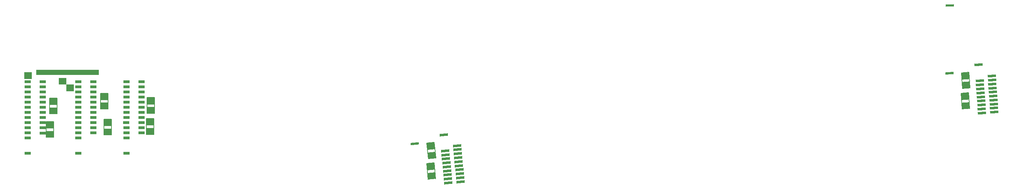
<source format=gbr>
*
G4_C Author: OrCAD GerbTool(tm) 8.1.1 Wed Jun 18 20:29:13 2003*
%LPD*%
%LNsoldtop*%
%FSLAX34Y34*%
%MOIN*%
%AD*%
%AMD26R98*
20,1,0.027000,0.000000,-0.036000,0.000000,0.036000,98.600000*
%
%AMD26R98N2*
20,1,0.027000,0.000000,-0.036000,0.000000,0.036000,98.600000*
%
%AMD26R86*
20,1,0.027000,0.000000,-0.036000,0.000000,0.036000,86.080000*
%
%AMD17R5*
20,1,0.027000,-0.036000,0.000000,0.036000,0.000000,5.450000*
%
%AMD17R5N2*
20,1,0.027000,-0.036000,0.000000,0.036000,0.000000,5.450000*
%
%AMD29R3*
20,1,0.027000,0.035920,-0.002460,-0.035920,0.002460,3.950000*
%
%AMD29R3N2*
20,1,0.027000,0.035920,-0.002460,-0.035920,0.002460,3.910000*
%
%AMD29R3N3*
20,1,0.027000,0.035920,-0.002460,-0.035920,0.002460,3.920000*
%
%AMD30R84*
20,1,0.024000,0.000000,-0.041000,0.000000,0.041000,84.000000*
%
%AMD26R84*
20,1,0.027000,0.000000,-0.036000,0.000000,0.036000,84.000000*
%
%AMD29R84*
20,1,0.022000,0.000000,-0.040000,0.000000,0.040000,84.000000*
%
%AMD35R11*
20,1,0.024000,0.040780,-0.004290,-0.040780,0.004290,11.300000*
%
%AMD36R11*
20,1,0.027000,0.035800,-0.003760,-0.035800,0.003760,11.300000*
%
%AMD37R11*
20,1,0.022000,0.039780,-0.004180,-0.039780,0.004180,11.300000*
%
%AMD258R1*
20,1,0.022000,-0.040000,0.000000,0.040000,0.000000,1.000000*
%
%AMD257R1*
20,1,0.024000,-0.041000,0.000000,0.041000,0.000000,1.000000*
%
%AMD33R1*
20,1,0.027000,-0.036000,0.000000,0.036000,0.000000,1.000000*
%
%AMD258R1N2*
20,1,0.022000,-0.040000,0.000000,0.040000,0.000000,1.000000*
%
%AMD42R1*
20,1,0.024000,-0.040990,-0.000720,0.040990,0.000720,1.000000*
%
%AMD43R1*
20,1,0.027000,-0.035990,-0.000630,0.035990,0.000630,1.000000*
%
%AMD44R1*
20,1,0.022000,-0.039990,-0.000700,0.039990,0.000700,1.000000*
%
%AMD45R1*
20,1,0.024000,-0.040970,-0.001440,0.040970,0.001440,1.000000*
%
%AMD46R1*
20,1,0.027000,-0.035970,-0.001260,0.035970,0.001260,1.000000*
%
%AMD47R1*
20,1,0.022000,-0.039970,-0.001400,0.039970,0.001400,1.000000*
%
%AMD48R1*
20,1,0.024000,-0.040940,-0.002150,0.040940,0.002150,1.000000*
%
%AMD49R1*
20,1,0.027000,-0.035940,-0.001890,0.035940,0.001890,1.000000*
%
%AMD50R1*
20,1,0.022000,-0.039940,-0.002100,0.039940,0.002100,1.000000*
%
%ADD10R,0.050000X0.050000*%
%ADD11C,0.006000*%
%ADD12C,0.019000*%
%ADD13C,0.007900*%
%ADD14C,0.005000*%
%ADD15C,0.000800*%
%ADD16R,0.070000X0.025000*%
%ADD17R,0.068000X0.023000*%
%ADD18C,0.006000*%
%ADD19C,0.009800*%
%ADD20C,0.010000*%
%ADD21C,0.030000*%
%ADD22C,0.060000*%
%ADD23C,0.035000*%
%ADD24C,0.055000*%
%ADD25C,0.065000*%
%ADD26R,0.027000X0.072000*%
%ADD27D26R98*%
%ADD28R,0.031000X0.060000*%
%ADD29R,0.022000X0.080000*%
%ADD30R,0.024000X0.082000*%
%ADD31D17R5N2*%
%ADD32D29R3*%
%ADD33R,0.072000X0.027000*%
%ADD34R,0.072000X0.027000*%
%ADD35D30R84*%
%ADD36D26R84*%
%ADD37D29R84*%
%ADD38D35R11*%
%ADD39D36R11*%
%ADD40D37R11*%
%ADD41D258R1*%
%ADD42D257R1*%
%ADD43D33R1*%
%ADD44D258R1N2*%
%ADD45D42R1*%
%ADD46D43R1*%
%ADD47D44R1*%
%ADD48D45R1*%
%ADD49D46R1*%
%ADD50D47R1*%
%ADD51D48R1*%
%ADD52D49R1*%
%ADD53D50R1*%
%ADD256R,0.060000X0.031000*%
%ADD257R,0.082000X0.024000*%
%ADD258R,0.080000X0.022000*%
G4_C OrCAD GerbTool Tool List *
G54D10*
G1X1950Y9822D2*
G1X7550Y9822D1*
G54D33*
G1X4255Y8754D3*
G1X4255Y8954D3*
G1X4255Y9138D3*
G1X4970Y8104D3*
G1X4970Y8304D3*
G1X4970Y8488D3*
G1X889Y9292D3*
G1X889Y9492D3*
G1X889Y9676D3*
G54D256*
G1X11939Y8874D3*
G1X11939Y8375D3*
G1X11939Y7874D3*
G1X11939Y5375D3*
G1X11939Y5874D3*
G1X11940Y6374D3*
G1X11940Y6874D3*
G1X11939Y7374D3*
G1X11940Y3873D3*
G1X11939Y4375D3*
G1X11939Y4874D3*
G1X10470Y8876D3*
G1X10470Y8377D3*
G1X10469Y7875D3*
G1X10469Y7376D3*
G1X10469Y6877D3*
G1X10469Y6376D3*
G1X10470Y5876D3*
G1X10470Y5377D3*
G1X10468Y4876D3*
G1X10469Y4377D3*
G1X10469Y3876D3*
G1X10469Y1876D3*
G1X10470Y3376D3*
G54D33*
G1X12775Y3838D3*
G1X12774Y4036D3*
G1X12775Y4220D3*
G1X12776Y4739D3*
G1X12777Y4938D3*
G1X12776Y5121D3*
G1X13140Y5278D2*
G54D18*
G1X13140Y3733D1*
G1X13140Y5279D2*
G1X12403Y5279D1*
G1X12403Y5280D2*
G1X12403Y3733D1*
G54D33*
G1X12852Y5902D3*
G1X12851Y6100D3*
G1X12852Y6284D3*
G1X12853Y6803D3*
G1X12854Y7002D3*
G1X12853Y7185D3*
G1X13216Y7341D2*
G54D18*
G1X13216Y5796D1*
G1X13216Y7342D2*
G1X12479Y7342D1*
G1X12479Y7343D2*
G1X12479Y5796D1*
G54D256*
G1X7250Y5376D3*
G1X7250Y5875D3*
G1X7251Y6375D3*
G1X7251Y6875D3*
G1X7250Y7375D3*
G1X7251Y3874D3*
G1X7250Y4376D3*
G1X7250Y4875D3*
G1X5781Y8876D3*
G1X5781Y8377D3*
G1X5780Y7875D3*
G1X5780Y7376D3*
G1X5780Y6877D3*
G1X5780Y6376D3*
G1X5781Y5876D3*
G1X5781Y5377D3*
G1X5779Y4876D3*
G1X5780Y4377D3*
G1X5780Y3876D3*
G1X5780Y1876D3*
G1X5781Y3376D3*
G1X7250Y7874D3*
G1X7250Y8874D3*
G1X7250Y8375D3*
G54D33*
G1X8644Y3784D3*
G1X8643Y3982D3*
G1X8644Y4166D3*
G1X8645Y4685D3*
G1X8646Y4884D3*
G1X8645Y5067D3*
G1X9008Y5223D2*
G54D18*
G1X9008Y3678D1*
G1X9008Y5224D2*
G1X8272Y5224D1*
G1X8272Y5225D2*
G1X8272Y3678D1*
G54D33*
G1X8313Y6326D3*
G1X8312Y6524D3*
G1X8313Y6708D3*
G1X8314Y7227D3*
G1X8315Y7426D3*
G1X8314Y7609D3*
G1X8678Y7765D2*
G54D18*
G1X8678Y6220D1*
G1X8678Y7766D2*
G1X7941Y7766D1*
G1X7941Y7767D2*
G1X7941Y6220D1*
G54D256*
G1X2321Y8873D3*
G1X2321Y8374D3*
G1X2321Y7873D3*
G1X2321Y5374D3*
G1X2321Y5873D3*
G1X2322Y6373D3*
G1X2322Y6873D3*
G1X2321Y7373D3*
G1X2322Y3872D3*
G1X2321Y4374D3*
G1X2321Y4873D3*
G1X851Y8875D3*
G1X851Y8376D3*
G1X850Y7874D3*
G1X850Y7375D3*
G1X850Y6876D3*
G1X850Y6375D3*
G1X851Y5875D3*
G1X851Y5376D3*
G1X849Y4875D3*
G1X850Y4376D3*
G1X850Y3875D3*
G1X850Y1874D3*
G1X851Y3375D3*
G54D33*
G1X3031Y3549D3*
G1X3030Y3747D3*
G1X3031Y3931D3*
G1X3032Y4450D3*
G1X3033Y4649D3*
G1X3032Y4832D3*
G1X3396Y4988D2*
G54D18*
G1X3396Y3443D1*
G1X3396Y4989D2*
G1X2659Y4989D1*
G1X2659Y4990D2*
G1X2659Y3443D1*
G54D33*
G1X3350Y5853D3*
G1X3349Y6051D3*
G1X3350Y6235D3*
G1X3351Y6754D3*
G1X3352Y6953D3*
G1X3351Y7136D3*
G1X3715Y7292D2*
G54D18*
G1X3715Y5747D1*
G1X3715Y7293D2*
G1X2978Y7293D1*
G1X2978Y7294D2*
G1X2978Y5747D1*
G54D38*
G1X43047Y-896D3*
G1X43010Y-503D3*
G1X42974Y-111D3*
G1X42937Y280D3*
G1X42901Y672D3*
G1X42865Y1064D3*
G1X42828Y1456D3*
G1X42792Y1848D3*
G1X42755Y2241D3*
G1X42719Y2632D3*
G1X41851Y-1007D3*
G1X41814Y-615D3*
G1X41778Y-223D3*
G1X41742Y169D3*
G1X41705Y562D3*
G1X41669Y953D3*
G1X41632Y1345D3*
G1X41596Y1738D3*
G1X41560Y2130D3*
G1X41414Y3696D3*
G54D39*
G1X40260Y-524D3*
G1X40241Y-327D3*
G1X40225Y-143D3*
G1X40178Y374D3*
G1X40161Y572D3*
G1X40143Y754D3*
G1X40491Y943D2*
G54D18*
G1X40633Y-596D1*
G1X40491Y944D2*
G1X39757Y876D1*
G1X39757Y877D2*
G1X39900Y-664D1*
G54D39*
G1X40263Y1484D3*
G1X40243Y1681D3*
G1X40227Y1865D3*
G1X40180Y2382D3*
G1X40163Y2580D3*
G1X40145Y2762D3*
G1X40493Y2951D2*
G54D18*
G1X40636Y1412D1*
G1X40493Y2952D2*
G1X39759Y2884D1*
G1X39759Y2885D2*
G1X39902Y1344D1*
G54D40*
G1X38581Y2810D3*
G54D51*
G1X95091Y5915D3*
G1X95063Y6309D3*
G1X95036Y6701D3*
G1X95008Y7093D3*
G1X94981Y7486D3*
G1X94954Y7879D3*
G1X94926Y8272D3*
G1X94899Y8665D3*
G1X94871Y9058D3*
G1X94844Y9450D3*
G1X93893Y5832D3*
G1X93865Y6225D3*
G1X93838Y6617D3*
G1X93810Y7010D3*
G1X93783Y7403D3*
G1X93756Y7795D3*
G1X93728Y8188D3*
G1X93701Y8581D3*
G1X93673Y8974D3*
G1X93563Y10543D3*
G54D52*
G1X92314Y6351D3*
G1X92299Y6548D3*
G1X92287Y6732D3*
G1X92252Y7250D3*
G1X92239Y7448D3*
G1X92225Y7631D3*
G1X92577Y7812D2*
G54D18*
G1X92685Y6270D1*
G1X92577Y7813D2*
G1X91842Y7761D1*
G1X91842Y7762D2*
G1X91950Y6219D1*
G54D52*
G1X92362Y8358D3*
G1X92347Y8555D3*
G1X92335Y8739D3*
G1X92300Y9257D3*
G1X92287Y9455D3*
G1X92273Y9638D3*
G1X92626Y9819D2*
G54D18*
G1X92733Y8278D1*
G1X92626Y9820D2*
G1X91890Y9768D1*
G1X91890Y9769D2*
G1X91998Y8226D1*
G54D53*
G1X90711Y9721D3*
G54D41*
G1X90742Y16356D3*
M2*

</source>
